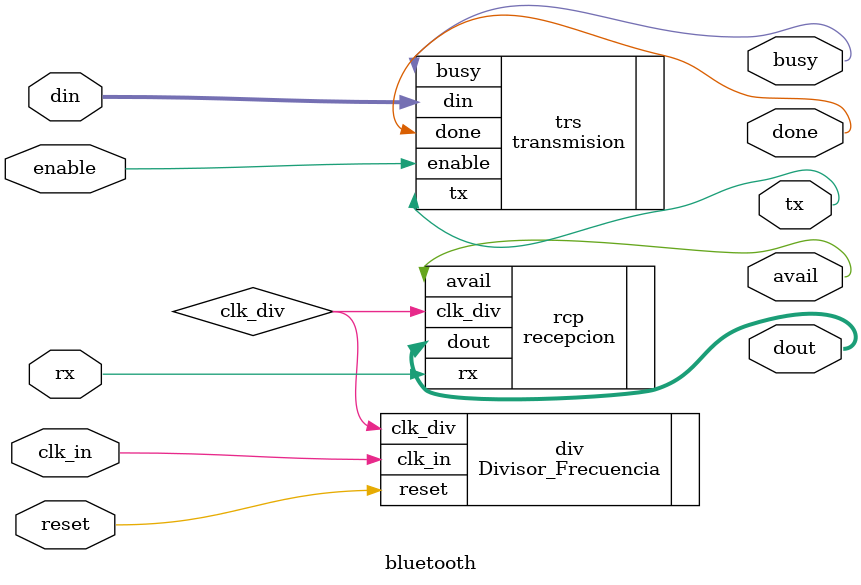
<source format=v>
module bluetooth(input rx,
                 output avail, 
                 input clk_in,
                 input reset,
                 output [7:0] dout,
                 input [7:0]din,
                 input enable,
                 output busy,
                 output done,
                 output tx);

wire clk_div;

Divisor_Frecuencia div(.clk_in(clk_in), .clk_div(clk_div), .reset(reset));

recepcion rcp(.rx(rx),.avail(avail),.dout(dout),.clk_div(clk_div));

transmision trs(.enable(enable),.din(din),.busy(busy),.done(done),.tx(tx));


endmodule



</source>
